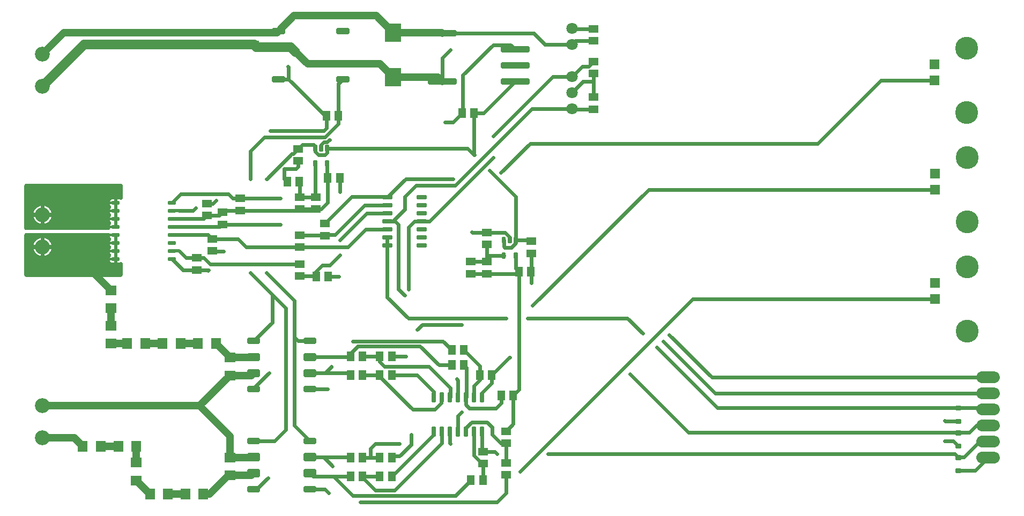
<source format=gtl>
G04 EAGLE Gerber RS-274X export*
G75*
%MOMM*%
%FSLAX34Y34*%
%LPD*%
%INTop Copper*%
%IPPOS*%
%AMOC8*
5,1,8,0,0,1.08239X$1,22.5*%
G01*
%ADD10R,1.500000X1.300000*%
%ADD11R,1.300000X1.500000*%
%ADD12R,2.500000X3.000000*%
%ADD13C,0.400000*%
%ADD14C,3.618000*%
%ADD15R,1.602000X1.602000*%
%ADD16R,1.803000X1.600000*%
%ADD17R,1.600000X1.803000*%
%ADD18R,1.300000X1.600000*%
%ADD19R,1.600000X1.300000*%
%ADD20C,1.828800*%
%ADD21C,0.300000*%
%ADD22C,0.500000*%
%ADD23C,0.495300*%
%ADD24C,0.635000*%
%ADD25C,0.508000*%
%ADD26C,0.317500*%
%ADD27C,0.304800*%
%ADD28C,1.800000*%
%ADD29C,2.340000*%
%ADD30C,1.200000*%
%ADD31C,0.600000*%
%ADD32C,0.502400*%
%ADD33C,1.500000*%

G36*
X168254Y579507D02*
X168254Y579507D01*
X168325Y579505D01*
X168475Y579527D01*
X168627Y579541D01*
X168696Y579560D01*
X168767Y579570D01*
X168911Y579619D01*
X169057Y579659D01*
X169122Y579690D01*
X169191Y579713D01*
X169323Y579787D01*
X169460Y579852D01*
X169519Y579895D01*
X169581Y579929D01*
X169699Y580025D01*
X169822Y580114D01*
X169872Y580166D01*
X169928Y580212D01*
X170026Y580327D01*
X170132Y580436D01*
X170171Y580496D01*
X170218Y580551D01*
X170295Y580682D01*
X170379Y580808D01*
X170407Y580875D01*
X170444Y580937D01*
X170496Y581079D01*
X170556Y581219D01*
X170572Y581289D01*
X170597Y581356D01*
X170623Y581506D01*
X170657Y581654D01*
X170661Y581726D01*
X170673Y581796D01*
X170672Y581851D01*
X179550Y581851D01*
X179600Y581855D01*
X179649Y581853D01*
X179821Y581875D01*
X179995Y581890D01*
X180043Y581904D01*
X180092Y581910D01*
X180258Y581963D01*
X180425Y582009D01*
X180470Y582031D01*
X180518Y582046D01*
X180671Y582127D01*
X180828Y582202D01*
X180869Y582232D01*
X180913Y582255D01*
X181049Y582362D01*
X181190Y582464D01*
X181225Y582500D01*
X181264Y582531D01*
X181264Y582532D01*
X181380Y582662D01*
X181499Y582786D01*
X181500Y582787D01*
X181528Y582828D01*
X181561Y582866D01*
X181651Y583014D01*
X181747Y583159D01*
X181767Y583205D01*
X181793Y583247D01*
X181855Y583410D01*
X181924Y583569D01*
X181935Y583617D01*
X181953Y583664D01*
X181986Y583835D01*
X182025Y584004D01*
X182028Y584054D01*
X182037Y584103D01*
X182049Y584350D01*
X182049Y597050D01*
X182049Y609750D01*
X182049Y622450D01*
X182049Y628166D01*
X184719Y628166D01*
X185517Y628007D01*
X186268Y627696D01*
X186611Y627466D01*
X186712Y627411D01*
X186808Y627347D01*
X186908Y627304D01*
X187004Y627252D01*
X187113Y627216D01*
X187219Y627170D01*
X187324Y627146D01*
X187428Y627112D01*
X187542Y627095D01*
X187654Y627069D01*
X187762Y627064D01*
X187870Y627049D01*
X187985Y627053D01*
X188100Y627047D01*
X188207Y627061D01*
X188316Y627065D01*
X188429Y627090D01*
X188543Y627105D01*
X188646Y627138D01*
X188752Y627161D01*
X188859Y627205D01*
X188968Y627240D01*
X189064Y627291D01*
X189165Y627333D01*
X189261Y627396D01*
X189363Y627450D01*
X189449Y627517D01*
X189540Y627576D01*
X189624Y627654D01*
X189714Y627726D01*
X189786Y627807D01*
X189866Y627881D01*
X189934Y627974D01*
X190011Y628060D01*
X190067Y628153D01*
X190132Y628240D01*
X190183Y628343D01*
X190243Y628442D01*
X190282Y628543D01*
X190330Y628640D01*
X190362Y628751D01*
X190403Y628858D01*
X190424Y628965D01*
X190454Y629070D01*
X190465Y629184D01*
X190487Y629297D01*
X190497Y629489D01*
X190499Y629514D01*
X190498Y629524D01*
X190499Y629544D01*
X190499Y650000D01*
X190495Y650050D01*
X190497Y650100D01*
X190475Y650272D01*
X190459Y650445D01*
X190446Y650493D01*
X190440Y650543D01*
X190387Y650708D01*
X190341Y650876D01*
X190319Y650921D01*
X190304Y650968D01*
X190223Y651122D01*
X190148Y651278D01*
X190118Y651319D01*
X190095Y651363D01*
X189988Y651500D01*
X189886Y651640D01*
X189850Y651675D01*
X189819Y651714D01*
X189689Y651830D01*
X189564Y651950D01*
X189522Y651977D01*
X189484Y652011D01*
X189336Y652101D01*
X189192Y652197D01*
X189146Y652217D01*
X189103Y652243D01*
X188941Y652305D01*
X188781Y652374D01*
X188733Y652385D01*
X188686Y652403D01*
X188515Y652436D01*
X188346Y652475D01*
X188296Y652478D01*
X188247Y652487D01*
X188000Y652499D01*
X38000Y652499D01*
X37950Y652495D01*
X37900Y652497D01*
X37728Y652475D01*
X37555Y652459D01*
X37507Y652446D01*
X37457Y652440D01*
X37292Y652387D01*
X37124Y652341D01*
X37079Y652319D01*
X37032Y652304D01*
X36878Y652223D01*
X36722Y652148D01*
X36681Y652118D01*
X36637Y652095D01*
X36501Y651988D01*
X36360Y651886D01*
X36325Y651850D01*
X36286Y651819D01*
X36170Y651689D01*
X36050Y651564D01*
X36023Y651522D01*
X35989Y651484D01*
X35899Y651336D01*
X35803Y651192D01*
X35783Y651146D01*
X35757Y651103D01*
X35695Y650941D01*
X35626Y650781D01*
X35615Y650733D01*
X35597Y650686D01*
X35564Y650515D01*
X35525Y650346D01*
X35522Y650296D01*
X35513Y650247D01*
X35501Y650000D01*
X35501Y582000D01*
X35505Y581950D01*
X35503Y581900D01*
X35525Y581728D01*
X35541Y581555D01*
X35554Y581507D01*
X35560Y581457D01*
X35613Y581292D01*
X35659Y581124D01*
X35681Y581079D01*
X35696Y581032D01*
X35777Y580878D01*
X35852Y580722D01*
X35882Y580681D01*
X35905Y580637D01*
X36012Y580501D01*
X36114Y580360D01*
X36150Y580325D01*
X36181Y580286D01*
X36311Y580170D01*
X36436Y580050D01*
X36478Y580023D01*
X36516Y579989D01*
X36664Y579899D01*
X36808Y579803D01*
X36855Y579783D01*
X36897Y579757D01*
X37059Y579695D01*
X37219Y579626D01*
X37267Y579615D01*
X37314Y579597D01*
X37485Y579564D01*
X37654Y579525D01*
X37704Y579522D01*
X37753Y579513D01*
X38000Y579501D01*
X168182Y579501D01*
X168254Y579507D01*
G37*
G36*
X188050Y505505D02*
X188050Y505505D01*
X188100Y505503D01*
X188272Y505525D01*
X188445Y505541D01*
X188493Y505554D01*
X188543Y505560D01*
X188708Y505613D01*
X188876Y505659D01*
X188921Y505681D01*
X188968Y505696D01*
X189122Y505777D01*
X189278Y505852D01*
X189319Y505882D01*
X189363Y505905D01*
X189500Y506012D01*
X189640Y506114D01*
X189675Y506150D01*
X189714Y506181D01*
X189830Y506311D01*
X189950Y506436D01*
X189977Y506478D01*
X190011Y506516D01*
X190101Y506664D01*
X190197Y506808D01*
X190217Y506855D01*
X190243Y506897D01*
X190305Y507059D01*
X190374Y507219D01*
X190385Y507267D01*
X190403Y507314D01*
X190436Y507485D01*
X190475Y507654D01*
X190478Y507704D01*
X190487Y507753D01*
X190499Y508000D01*
X190499Y526456D01*
X190489Y526570D01*
X190489Y526685D01*
X190469Y526792D01*
X190459Y526901D01*
X190429Y527012D01*
X190408Y527125D01*
X190370Y527226D01*
X190341Y527331D01*
X190291Y527435D01*
X190250Y527543D01*
X190195Y527636D01*
X190148Y527734D01*
X190080Y527827D01*
X190021Y527926D01*
X189949Y528008D01*
X189886Y528096D01*
X189803Y528176D01*
X189727Y528262D01*
X189642Y528330D01*
X189564Y528405D01*
X189468Y528469D01*
X189378Y528541D01*
X189282Y528592D01*
X189192Y528653D01*
X189086Y528698D01*
X188984Y528753D01*
X188881Y528787D01*
X188781Y528830D01*
X188669Y528856D01*
X188560Y528891D01*
X188452Y528906D01*
X188346Y528931D01*
X188231Y528936D01*
X188117Y528952D01*
X188009Y528947D01*
X187900Y528953D01*
X187786Y528938D01*
X187671Y528933D01*
X187565Y528909D01*
X187457Y528895D01*
X187348Y528860D01*
X187235Y528835D01*
X187135Y528793D01*
X187032Y528760D01*
X186930Y528706D01*
X186824Y528661D01*
X186659Y528562D01*
X186637Y528550D01*
X186629Y528544D01*
X186611Y528534D01*
X186268Y528304D01*
X185517Y527993D01*
X184719Y527834D01*
X182049Y527834D01*
X182049Y533550D01*
X182049Y546250D01*
X182049Y558950D01*
X182049Y571650D01*
X182045Y571700D01*
X182047Y571749D01*
X182025Y571921D01*
X182009Y572095D01*
X181996Y572143D01*
X181990Y572192D01*
X181937Y572358D01*
X181891Y572525D01*
X181869Y572570D01*
X181854Y572618D01*
X181773Y572771D01*
X181698Y572928D01*
X181668Y572969D01*
X181645Y573013D01*
X181538Y573149D01*
X181436Y573290D01*
X181435Y573290D01*
X181400Y573325D01*
X181369Y573364D01*
X181368Y573364D01*
X181238Y573480D01*
X181113Y573600D01*
X181072Y573628D01*
X181034Y573661D01*
X180886Y573751D01*
X180741Y573847D01*
X180695Y573867D01*
X180653Y573893D01*
X180490Y573955D01*
X180331Y574024D01*
X180283Y574035D01*
X180236Y574053D01*
X180065Y574086D01*
X179896Y574125D01*
X179846Y574128D01*
X179797Y574137D01*
X179550Y574149D01*
X169423Y574149D01*
X169352Y574197D01*
X169306Y574217D01*
X169263Y574243D01*
X169101Y574305D01*
X168941Y574374D01*
X168893Y574385D01*
X168846Y574403D01*
X168675Y574436D01*
X168506Y574475D01*
X168456Y574478D01*
X168407Y574487D01*
X168160Y574499D01*
X38000Y574499D01*
X37950Y574495D01*
X37900Y574497D01*
X37728Y574475D01*
X37555Y574459D01*
X37507Y574446D01*
X37457Y574440D01*
X37292Y574387D01*
X37124Y574341D01*
X37079Y574319D01*
X37032Y574304D01*
X36878Y574223D01*
X36722Y574148D01*
X36681Y574118D01*
X36637Y574095D01*
X36501Y573988D01*
X36360Y573886D01*
X36325Y573850D01*
X36286Y573819D01*
X36170Y573689D01*
X36050Y573564D01*
X36023Y573522D01*
X35989Y573484D01*
X35899Y573336D01*
X35803Y573192D01*
X35783Y573146D01*
X35757Y573103D01*
X35695Y572941D01*
X35626Y572781D01*
X35615Y572733D01*
X35597Y572686D01*
X35564Y572515D01*
X35525Y572346D01*
X35522Y572296D01*
X35513Y572247D01*
X35501Y572000D01*
X35501Y508000D01*
X35505Y507950D01*
X35503Y507900D01*
X35525Y507728D01*
X35541Y507555D01*
X35554Y507507D01*
X35560Y507457D01*
X35613Y507292D01*
X35659Y507124D01*
X35681Y507079D01*
X35696Y507032D01*
X35777Y506878D01*
X35852Y506722D01*
X35882Y506681D01*
X35905Y506637D01*
X36012Y506501D01*
X36114Y506360D01*
X36150Y506325D01*
X36181Y506286D01*
X36311Y506170D01*
X36436Y506050D01*
X36478Y506023D01*
X36516Y505989D01*
X36664Y505899D01*
X36808Y505803D01*
X36855Y505783D01*
X36897Y505757D01*
X37059Y505695D01*
X37219Y505626D01*
X37267Y505615D01*
X37314Y505597D01*
X37485Y505564D01*
X37654Y505525D01*
X37704Y505522D01*
X37753Y505513D01*
X38000Y505501D01*
X188000Y505501D01*
X188050Y505505D01*
G37*
%LPC*%
G36*
X67499Y606860D02*
X67499Y606860D01*
X67499Y617483D01*
X68837Y617125D01*
X70562Y616411D01*
X72179Y615477D01*
X73660Y614341D01*
X74980Y613021D01*
X76116Y611540D01*
X77050Y609923D01*
X77764Y608198D01*
X78122Y606860D01*
X67499Y606860D01*
G37*
%LPD*%
%LPC*%
G36*
X67499Y556060D02*
X67499Y556060D01*
X67499Y566683D01*
X68837Y566325D01*
X70562Y565611D01*
X72179Y564677D01*
X73660Y563541D01*
X74980Y562221D01*
X76116Y560740D01*
X77050Y559123D01*
X77764Y557398D01*
X78122Y556060D01*
X67499Y556060D01*
G37*
%LPD*%
%LPC*%
G36*
X50378Y606860D02*
X50378Y606860D01*
X50736Y608198D01*
X51450Y609923D01*
X52384Y611540D01*
X53520Y613021D01*
X54840Y614341D01*
X56321Y615477D01*
X57938Y616411D01*
X59663Y617125D01*
X61001Y617483D01*
X61001Y606860D01*
X50378Y606860D01*
G37*
%LPD*%
%LPC*%
G36*
X67499Y600362D02*
X67499Y600362D01*
X78122Y600362D01*
X77764Y599024D01*
X77050Y597299D01*
X76116Y595682D01*
X74980Y594201D01*
X73660Y592881D01*
X72179Y591745D01*
X70562Y590811D01*
X68837Y590097D01*
X67499Y589739D01*
X67499Y600362D01*
G37*
%LPD*%
%LPC*%
G36*
X50378Y556060D02*
X50378Y556060D01*
X50736Y557398D01*
X51450Y559123D01*
X52384Y560740D01*
X53520Y562221D01*
X54840Y563541D01*
X56321Y564677D01*
X57938Y565611D01*
X59663Y566325D01*
X61001Y566683D01*
X61001Y556060D01*
X50378Y556060D01*
G37*
%LPD*%
%LPC*%
G36*
X67499Y549562D02*
X67499Y549562D01*
X78122Y549562D01*
X77764Y548224D01*
X77050Y546499D01*
X76116Y544882D01*
X74980Y543401D01*
X73660Y542081D01*
X72179Y540945D01*
X70562Y540011D01*
X68837Y539297D01*
X67499Y538939D01*
X67499Y549562D01*
G37*
%LPD*%
%LPC*%
G36*
X59663Y590097D02*
X59663Y590097D01*
X57938Y590811D01*
X56321Y591745D01*
X54840Y592881D01*
X53520Y594201D01*
X52384Y595682D01*
X51450Y597299D01*
X50736Y599024D01*
X50378Y600362D01*
X61001Y600362D01*
X61001Y589739D01*
X59663Y590097D01*
G37*
%LPD*%
%LPC*%
G36*
X59663Y539297D02*
X59663Y539297D01*
X57938Y540011D01*
X56321Y540945D01*
X54840Y542081D01*
X53520Y543401D01*
X52384Y544882D01*
X51450Y546499D01*
X50736Y548224D01*
X50378Y549562D01*
X61001Y549562D01*
X61001Y538939D01*
X59663Y539297D01*
G37*
%LPD*%
%LPC*%
G36*
X170760Y612249D02*
X170760Y612249D01*
X170818Y612542D01*
X171129Y613293D01*
X171581Y613969D01*
X171945Y614333D01*
X171977Y614371D01*
X172014Y614405D01*
X172120Y614543D01*
X172231Y614676D01*
X172256Y614719D01*
X172286Y614759D01*
X172366Y614913D01*
X172452Y615064D01*
X172468Y615111D01*
X172491Y615156D01*
X172542Y615322D01*
X172600Y615485D01*
X172608Y615535D01*
X172622Y615583D01*
X172643Y615755D01*
X172671Y615926D01*
X172670Y615977D01*
X172675Y616026D01*
X172665Y616200D01*
X172662Y616373D01*
X172652Y616422D01*
X172649Y616472D01*
X172608Y616641D01*
X172573Y616811D01*
X172555Y616857D01*
X172543Y616906D01*
X172473Y617065D01*
X172409Y617226D01*
X172382Y617269D01*
X172362Y617314D01*
X172264Y617458D01*
X172172Y617605D01*
X172139Y617642D01*
X172111Y617684D01*
X171945Y617867D01*
X171581Y618231D01*
X171129Y618907D01*
X170818Y619658D01*
X170760Y619951D01*
X177051Y619951D01*
X177051Y612249D01*
X170760Y612249D01*
G37*
%LPD*%
%LPC*%
G36*
X170760Y548749D02*
X170760Y548749D01*
X170818Y549042D01*
X171129Y549793D01*
X171581Y550469D01*
X171945Y550833D01*
X171977Y550871D01*
X172014Y550905D01*
X172120Y551043D01*
X172231Y551176D01*
X172256Y551219D01*
X172286Y551259D01*
X172366Y551413D01*
X172452Y551564D01*
X172468Y551611D01*
X172491Y551656D01*
X172542Y551822D01*
X172600Y551985D01*
X172608Y552035D01*
X172622Y552083D01*
X172643Y552255D01*
X172671Y552426D01*
X172670Y552477D01*
X172675Y552526D01*
X172665Y552700D01*
X172662Y552873D01*
X172652Y552922D01*
X172649Y552972D01*
X172608Y553141D01*
X172573Y553311D01*
X172555Y553357D01*
X172543Y553406D01*
X172473Y553565D01*
X172409Y553726D01*
X172382Y553769D01*
X172362Y553814D01*
X172264Y553958D01*
X172172Y554105D01*
X172139Y554142D01*
X172111Y554184D01*
X171945Y554367D01*
X171581Y554731D01*
X171129Y555407D01*
X170818Y556158D01*
X170760Y556451D01*
X177051Y556451D01*
X177051Y548749D01*
X170760Y548749D01*
G37*
%LPD*%
%LPC*%
G36*
X170760Y536049D02*
X170760Y536049D01*
X170818Y536342D01*
X171129Y537093D01*
X171581Y537769D01*
X171945Y538133D01*
X171977Y538171D01*
X172014Y538205D01*
X172120Y538343D01*
X172231Y538476D01*
X172256Y538519D01*
X172286Y538559D01*
X172366Y538713D01*
X172452Y538864D01*
X172468Y538911D01*
X172491Y538956D01*
X172542Y539122D01*
X172600Y539285D01*
X172608Y539335D01*
X172622Y539383D01*
X172643Y539555D01*
X172671Y539726D01*
X172670Y539777D01*
X172675Y539826D01*
X172665Y540000D01*
X172662Y540173D01*
X172652Y540222D01*
X172649Y540272D01*
X172608Y540441D01*
X172573Y540611D01*
X172555Y540657D01*
X172543Y540706D01*
X172473Y540865D01*
X172409Y541026D01*
X172382Y541069D01*
X172362Y541114D01*
X172264Y541258D01*
X172172Y541405D01*
X172139Y541442D01*
X172111Y541484D01*
X171945Y541667D01*
X171581Y542031D01*
X171129Y542707D01*
X170818Y543458D01*
X170760Y543751D01*
X177051Y543751D01*
X177051Y536049D01*
X170760Y536049D01*
G37*
%LPD*%
%LPC*%
G36*
X170760Y599549D02*
X170760Y599549D01*
X170818Y599842D01*
X171129Y600593D01*
X171581Y601269D01*
X171945Y601633D01*
X171977Y601671D01*
X172014Y601705D01*
X172120Y601842D01*
X172231Y601976D01*
X172256Y602019D01*
X172286Y602059D01*
X172366Y602213D01*
X172452Y602364D01*
X172468Y602411D01*
X172491Y602456D01*
X172542Y602621D01*
X172600Y602785D01*
X172608Y602835D01*
X172622Y602883D01*
X172643Y603055D01*
X172671Y603226D01*
X172670Y603276D01*
X172675Y603326D01*
X172665Y603499D01*
X172662Y603673D01*
X172652Y603722D01*
X172649Y603772D01*
X172608Y603940D01*
X172573Y604111D01*
X172555Y604157D01*
X172543Y604206D01*
X172473Y604364D01*
X172409Y604526D01*
X172382Y604569D01*
X172362Y604614D01*
X172264Y604758D01*
X172172Y604905D01*
X172139Y604942D01*
X172111Y604984D01*
X171945Y605167D01*
X171581Y605531D01*
X171129Y606207D01*
X170818Y606958D01*
X170760Y607251D01*
X177051Y607251D01*
X177051Y599549D01*
X170760Y599549D01*
G37*
%LPD*%
%LPC*%
G36*
X170760Y586849D02*
X170760Y586849D01*
X170818Y587142D01*
X171129Y587893D01*
X171581Y588569D01*
X171945Y588933D01*
X171977Y588971D01*
X172014Y589005D01*
X172120Y589142D01*
X172231Y589276D01*
X172256Y589319D01*
X172286Y589359D01*
X172366Y589513D01*
X172452Y589664D01*
X172468Y589711D01*
X172491Y589756D01*
X172542Y589921D01*
X172600Y590085D01*
X172608Y590135D01*
X172622Y590183D01*
X172643Y590355D01*
X172671Y590526D01*
X172670Y590576D01*
X172675Y590626D01*
X172665Y590799D01*
X172662Y590973D01*
X172652Y591022D01*
X172649Y591072D01*
X172608Y591240D01*
X172573Y591411D01*
X172555Y591457D01*
X172543Y591506D01*
X172473Y591664D01*
X172409Y591826D01*
X172382Y591869D01*
X172362Y591914D01*
X172264Y592058D01*
X172172Y592205D01*
X172139Y592242D01*
X172111Y592284D01*
X171945Y592467D01*
X171581Y592831D01*
X171129Y593507D01*
X170818Y594258D01*
X170760Y594551D01*
X177051Y594551D01*
X177051Y586849D01*
X170760Y586849D01*
G37*
%LPD*%
%LPC*%
G36*
X170760Y561449D02*
X170760Y561449D01*
X170818Y561742D01*
X171129Y562493D01*
X171581Y563169D01*
X171945Y563533D01*
X171977Y563571D01*
X172014Y563605D01*
X172120Y563742D01*
X172231Y563876D01*
X172256Y563919D01*
X172286Y563959D01*
X172366Y564113D01*
X172452Y564264D01*
X172468Y564311D01*
X172491Y564356D01*
X172542Y564521D01*
X172600Y564685D01*
X172608Y564735D01*
X172622Y564783D01*
X172643Y564955D01*
X172671Y565126D01*
X172670Y565176D01*
X172675Y565226D01*
X172665Y565399D01*
X172662Y565573D01*
X172652Y565622D01*
X172649Y565672D01*
X172608Y565840D01*
X172573Y566011D01*
X172555Y566057D01*
X172543Y566106D01*
X172473Y566264D01*
X172409Y566426D01*
X172382Y566469D01*
X172362Y566514D01*
X172264Y566658D01*
X172172Y566805D01*
X172139Y566842D01*
X172111Y566884D01*
X171945Y567067D01*
X171581Y567431D01*
X171129Y568107D01*
X170818Y568858D01*
X170760Y569151D01*
X177051Y569151D01*
X177051Y561449D01*
X170760Y561449D01*
G37*
%LPD*%
%LPC*%
G36*
X170760Y624949D02*
X170760Y624949D01*
X170818Y625242D01*
X171129Y625993D01*
X171581Y626669D01*
X172156Y627244D01*
X172832Y627696D01*
X173583Y628007D01*
X174381Y628166D01*
X177051Y628166D01*
X177051Y624949D01*
X170760Y624949D01*
G37*
%LPD*%
%LPC*%
G36*
X174381Y527834D02*
X174381Y527834D01*
X173583Y527993D01*
X172832Y528304D01*
X172156Y528756D01*
X171581Y529331D01*
X171129Y530007D01*
X170818Y530758D01*
X170760Y531051D01*
X177051Y531051D01*
X177051Y527834D01*
X174381Y527834D01*
G37*
%LPD*%
D10*
X468000Y707500D03*
X468000Y688500D03*
X934000Y897500D03*
X934000Y878500D03*
X934000Y845500D03*
X934000Y826500D03*
X934000Y789500D03*
X934000Y770500D03*
X398000Y891500D03*
X398000Y872500D03*
D11*
X531500Y760000D03*
X512500Y760000D03*
X514500Y662000D03*
X533500Y662000D03*
X816500Y514000D03*
X835500Y514000D03*
D10*
X836000Y561500D03*
X836000Y542500D03*
X308000Y535500D03*
X308000Y516500D03*
X324000Y602500D03*
X324000Y621500D03*
X332000Y565500D03*
X332000Y546500D03*
D12*
X618000Y891000D03*
X618000Y821000D03*
D11*
X745500Y764000D03*
X726500Y764000D03*
D13*
X1512500Y201500D02*
X1512500Y197500D01*
X1507500Y197500D01*
X1507500Y201500D01*
X1512500Y201500D01*
X1512500Y201300D02*
X1507500Y201300D01*
X1512500Y218500D02*
X1512500Y222500D01*
X1512500Y218500D02*
X1507500Y218500D01*
X1507500Y222500D01*
X1512500Y222500D01*
X1512500Y222300D02*
X1507500Y222300D01*
X1512500Y236500D02*
X1512500Y240500D01*
X1512500Y236500D02*
X1507500Y236500D01*
X1507500Y240500D01*
X1512500Y240500D01*
X1512500Y240300D02*
X1507500Y240300D01*
X1512500Y257500D02*
X1512500Y261500D01*
X1512500Y257500D02*
X1507500Y257500D01*
X1507500Y261500D01*
X1512500Y261500D01*
X1512500Y261300D02*
X1507500Y261300D01*
X1512500Y275500D02*
X1512500Y279500D01*
X1512500Y275500D02*
X1507500Y275500D01*
X1507500Y279500D01*
X1512500Y279500D01*
X1512500Y279300D02*
X1507500Y279300D01*
X1512500Y296500D02*
X1512500Y300500D01*
X1512500Y296500D02*
X1507500Y296500D01*
X1507500Y300500D01*
X1512500Y300500D01*
X1512500Y300300D02*
X1507500Y300300D01*
D14*
X1524700Y694000D03*
X1524700Y592400D03*
D15*
X1473900Y643200D03*
X1473900Y668600D03*
D14*
X1524700Y521400D03*
X1524700Y419800D03*
D15*
X1473900Y470600D03*
X1473900Y496000D03*
D16*
X360000Y378220D03*
X360000Y349780D03*
D17*
X183780Y238000D03*
X212220Y238000D03*
X127780Y238000D03*
X156220Y238000D03*
D16*
X360000Y191780D03*
X360000Y220220D03*
D18*
X569500Y350000D03*
X550500Y350000D03*
X569500Y380000D03*
X550500Y380000D03*
X615500Y350000D03*
X596500Y350000D03*
X596500Y380000D03*
X615500Y380000D03*
X569500Y190000D03*
X550500Y190000D03*
X569500Y220000D03*
X550500Y220000D03*
X615500Y190000D03*
X596500Y190000D03*
D17*
X309780Y400000D03*
X338220Y400000D03*
D18*
X596500Y220000D03*
X615500Y220000D03*
D19*
X470000Y612500D03*
X470000Y631500D03*
X740000Y510500D03*
X740000Y529500D03*
D18*
X469500Y656000D03*
X450500Y656000D03*
D19*
X766000Y556500D03*
X766000Y575500D03*
X496000Y612500D03*
X496000Y631500D03*
X766000Y510500D03*
X766000Y529500D03*
X376000Y610500D03*
X376000Y629500D03*
X348000Y607500D03*
X348000Y588500D03*
D17*
X253780Y400000D03*
X282220Y400000D03*
D18*
X729500Y390000D03*
X710500Y390000D03*
X729500Y366000D03*
X710500Y366000D03*
X773500Y350000D03*
X754500Y350000D03*
X788500Y318000D03*
X807500Y318000D03*
X759500Y184000D03*
X740500Y184000D03*
D19*
X796000Y211500D03*
X796000Y192500D03*
X760000Y229500D03*
X760000Y210500D03*
X796000Y242500D03*
X796000Y261500D03*
X470000Y571500D03*
X470000Y552500D03*
D17*
X197780Y400000D03*
X226220Y400000D03*
D19*
X470000Y506500D03*
X470000Y525500D03*
X510000Y589500D03*
X510000Y570500D03*
D18*
X496500Y506000D03*
X515500Y506000D03*
D16*
X172000Y428220D03*
X172000Y399780D03*
X172000Y484220D03*
X172000Y455780D03*
D17*
X289780Y162000D03*
X318220Y162000D03*
X233780Y162000D03*
X262220Y162000D03*
D16*
X212000Y212220D03*
X212000Y183780D03*
D20*
X1548256Y346700D02*
X1566544Y346700D01*
X1566544Y321300D02*
X1548256Y321300D01*
X1548256Y295900D02*
X1566544Y295900D01*
X1566544Y270500D02*
X1548256Y270500D01*
X1548256Y245100D02*
X1566544Y245100D01*
X1566544Y219700D02*
X1548256Y219700D01*
D21*
X794100Y535800D02*
X794100Y542800D01*
X794100Y535800D02*
X791100Y535800D01*
X791100Y542800D01*
X794100Y542800D01*
X794100Y538650D02*
X791100Y538650D01*
X791100Y541500D02*
X794100Y541500D01*
X794100Y559800D02*
X794100Y566800D01*
X794100Y559800D02*
X791100Y559800D01*
X791100Y566800D01*
X794100Y566800D01*
X794100Y562650D02*
X791100Y562650D01*
X791100Y565500D02*
X794100Y565500D01*
X803600Y566800D02*
X803600Y559800D01*
X800600Y559800D01*
X800600Y566800D01*
X803600Y566800D01*
X803600Y562650D02*
X800600Y562650D01*
X800600Y565500D02*
X803600Y565500D01*
X813100Y566800D02*
X813100Y559800D01*
X810100Y559800D01*
X810100Y566800D01*
X813100Y566800D01*
X813100Y562650D02*
X810100Y562650D01*
X810100Y565500D02*
X813100Y565500D01*
X813100Y542800D02*
X813100Y535800D01*
X810100Y535800D01*
X810100Y542800D01*
X813100Y542800D01*
X813100Y538650D02*
X810100Y538650D01*
X810100Y541500D02*
X813100Y541500D01*
D22*
X445200Y891600D02*
X429200Y891600D01*
X429200Y896600D01*
X445200Y896600D01*
X445200Y891600D01*
X445200Y896350D02*
X429200Y896350D01*
X429200Y866200D02*
X445200Y866200D01*
X429200Y866200D02*
X429200Y871200D01*
X445200Y871200D01*
X445200Y866200D01*
X445200Y870950D02*
X429200Y870950D01*
X429200Y815400D02*
X445200Y815400D01*
X429200Y815400D02*
X429200Y820400D01*
X445200Y820400D01*
X445200Y815400D01*
X445200Y820150D02*
X429200Y820150D01*
X530800Y891600D02*
X546800Y891600D01*
X530800Y891600D02*
X530800Y896600D01*
X546800Y896600D01*
X546800Y891600D01*
X546800Y896350D02*
X530800Y896350D01*
X530800Y815400D02*
X546800Y815400D01*
X530800Y815400D02*
X530800Y820400D01*
X546800Y820400D01*
X546800Y815400D01*
X546800Y820150D02*
X530800Y820150D01*
D21*
X496100Y688300D02*
X496100Y681300D01*
X493100Y681300D01*
X493100Y688300D01*
X496100Y688300D01*
X496100Y684150D02*
X493100Y684150D01*
X493100Y687000D02*
X496100Y687000D01*
X496100Y705300D02*
X496100Y712300D01*
X496100Y705300D02*
X493100Y705300D01*
X493100Y712300D01*
X496100Y712300D01*
X496100Y708150D02*
X493100Y708150D01*
X493100Y711000D02*
X496100Y711000D01*
X505600Y712300D02*
X505600Y705300D01*
X502600Y705300D01*
X502600Y712300D01*
X505600Y712300D01*
X505600Y708150D02*
X502600Y708150D01*
X502600Y711000D02*
X505600Y711000D01*
X515100Y712300D02*
X515100Y705300D01*
X512100Y705300D01*
X512100Y712300D01*
X515100Y712300D01*
X515100Y708150D02*
X512100Y708150D01*
X512100Y711000D02*
X515100Y711000D01*
X515100Y688300D02*
X515100Y681300D01*
X512100Y681300D01*
X512100Y688300D01*
X515100Y688300D01*
X515100Y684150D02*
X512100Y684150D01*
X512100Y687000D02*
X515100Y687000D01*
D23*
X675466Y887623D02*
X715472Y887623D01*
X675466Y887623D02*
X675466Y892577D01*
X715472Y892577D01*
X715472Y887623D01*
X715472Y892328D02*
X675466Y892328D01*
X675466Y811423D02*
X715472Y811423D01*
X675466Y811423D02*
X675466Y816377D01*
X715472Y816377D01*
X715472Y811423D01*
X715472Y816128D02*
X675466Y816128D01*
X790528Y811423D02*
X830534Y811423D01*
X790528Y811423D02*
X790528Y816377D01*
X830534Y816377D01*
X830534Y811423D01*
X830534Y816128D02*
X790528Y816128D01*
X790528Y836823D02*
X830534Y836823D01*
X790528Y836823D02*
X790528Y841777D01*
X830534Y841777D01*
X830534Y836823D01*
X830534Y841528D02*
X790528Y841528D01*
X790528Y862223D02*
X830534Y862223D01*
X790528Y862223D02*
X790528Y867177D01*
X830534Y867177D01*
X830534Y862223D01*
X830534Y866928D02*
X790528Y866928D01*
D24*
X404375Y375525D02*
X390725Y375525D01*
X390725Y381875D01*
X404375Y381875D01*
X404375Y375525D01*
X404375Y381557D02*
X390725Y381557D01*
X479625Y375525D02*
X493275Y375525D01*
X479625Y375525D02*
X479625Y381875D01*
X493275Y381875D01*
X493275Y375525D01*
X493275Y381557D02*
X479625Y381557D01*
D25*
X405010Y401560D02*
X390090Y401560D01*
X390090Y406640D01*
X405010Y406640D01*
X405010Y401560D01*
X405010Y406386D02*
X390090Y406386D01*
X478990Y401560D02*
X493910Y401560D01*
X478990Y401560D02*
X478990Y406640D01*
X493910Y406640D01*
X493910Y401560D01*
X493910Y406386D02*
X478990Y406386D01*
D24*
X479625Y350125D02*
X493275Y350125D01*
X479625Y350125D02*
X479625Y356475D01*
X493275Y356475D01*
X493275Y350125D01*
X493275Y356157D02*
X479625Y356157D01*
D25*
X478990Y325360D02*
X493910Y325360D01*
X478990Y325360D02*
X478990Y330440D01*
X493910Y330440D01*
X493910Y325360D01*
X493910Y330186D02*
X478990Y330186D01*
X405010Y325360D02*
X390090Y325360D01*
X390090Y330440D01*
X405010Y330440D01*
X405010Y325360D01*
X405010Y330186D02*
X390090Y330186D01*
D24*
X390725Y350125D02*
X404375Y350125D01*
X390725Y350125D02*
X390725Y356475D01*
X404375Y356475D01*
X404375Y350125D01*
X404375Y356157D02*
X390725Y356157D01*
X390725Y217525D02*
X404375Y217525D01*
X390725Y217525D02*
X390725Y223875D01*
X404375Y223875D01*
X404375Y217525D01*
X404375Y223557D02*
X390725Y223557D01*
X479625Y217525D02*
X493275Y217525D01*
X479625Y217525D02*
X479625Y223875D01*
X493275Y223875D01*
X493275Y217525D01*
X493275Y223557D02*
X479625Y223557D01*
D25*
X405010Y243560D02*
X390090Y243560D01*
X390090Y248640D01*
X405010Y248640D01*
X405010Y243560D01*
X405010Y248386D02*
X390090Y248386D01*
X478990Y243560D02*
X493910Y243560D01*
X478990Y243560D02*
X478990Y248640D01*
X493910Y248640D01*
X493910Y243560D01*
X493910Y248386D02*
X478990Y248386D01*
D24*
X479625Y192125D02*
X493275Y192125D01*
X479625Y192125D02*
X479625Y198475D01*
X493275Y198475D01*
X493275Y192125D01*
X493275Y198157D02*
X479625Y198157D01*
D25*
X478990Y167360D02*
X493910Y167360D01*
X478990Y167360D02*
X478990Y172440D01*
X493910Y172440D01*
X493910Y167360D01*
X493910Y172186D02*
X478990Y172186D01*
X405010Y167360D02*
X390090Y167360D01*
X390090Y172440D01*
X405010Y172440D01*
X405010Y167360D01*
X405010Y172186D02*
X390090Y172186D01*
D24*
X390725Y192125D02*
X404375Y192125D01*
X390725Y192125D02*
X390725Y198475D01*
X404375Y198475D01*
X404375Y192125D01*
X404375Y198157D02*
X390725Y198157D01*
D26*
X184313Y582762D02*
X174787Y582762D01*
X174787Y585938D01*
X184313Y585938D01*
X184313Y582762D01*
X184313Y585778D02*
X174787Y585778D01*
X174787Y570062D02*
X184313Y570062D01*
X174787Y570062D02*
X174787Y573238D01*
X184313Y573238D01*
X184313Y570062D01*
X184313Y573078D02*
X174787Y573078D01*
X174787Y595462D02*
X184313Y595462D01*
X174787Y595462D02*
X174787Y598638D01*
X184313Y598638D01*
X184313Y595462D01*
X184313Y598478D02*
X174787Y598478D01*
X174787Y608162D02*
X184313Y608162D01*
X174787Y608162D02*
X174787Y611338D01*
X184313Y611338D01*
X184313Y608162D01*
X184313Y611178D02*
X174787Y611178D01*
X174787Y620862D02*
X184313Y620862D01*
X174787Y620862D02*
X174787Y624038D01*
X184313Y624038D01*
X184313Y620862D01*
X184313Y623878D02*
X174787Y623878D01*
X174787Y557362D02*
X184313Y557362D01*
X174787Y557362D02*
X174787Y560538D01*
X184313Y560538D01*
X184313Y557362D01*
X184313Y560378D02*
X174787Y560378D01*
X174787Y544662D02*
X184313Y544662D01*
X174787Y544662D02*
X174787Y547838D01*
X184313Y547838D01*
X184313Y544662D01*
X184313Y547678D02*
X174787Y547678D01*
X174787Y531962D02*
X184313Y531962D01*
X174787Y531962D02*
X174787Y535138D01*
X184313Y535138D01*
X184313Y531962D01*
X184313Y534978D02*
X174787Y534978D01*
X263687Y531962D02*
X273213Y531962D01*
X263687Y531962D02*
X263687Y535138D01*
X273213Y535138D01*
X273213Y531962D01*
X273213Y534978D02*
X263687Y534978D01*
X263687Y544662D02*
X273213Y544662D01*
X263687Y544662D02*
X263687Y547838D01*
X273213Y547838D01*
X273213Y544662D01*
X273213Y547678D02*
X263687Y547678D01*
X263687Y557362D02*
X273213Y557362D01*
X263687Y557362D02*
X263687Y560538D01*
X273213Y560538D01*
X273213Y557362D01*
X273213Y560378D02*
X263687Y560378D01*
X263687Y570062D02*
X273213Y570062D01*
X263687Y570062D02*
X263687Y573238D01*
X273213Y573238D01*
X273213Y570062D01*
X273213Y573078D02*
X263687Y573078D01*
X263687Y582762D02*
X273213Y582762D01*
X263687Y582762D02*
X263687Y585938D01*
X273213Y585938D01*
X273213Y582762D01*
X273213Y585778D02*
X263687Y585778D01*
X263687Y595462D02*
X273213Y595462D01*
X263687Y595462D02*
X263687Y598638D01*
X273213Y598638D01*
X273213Y595462D01*
X273213Y598478D02*
X263687Y598478D01*
X263687Y608162D02*
X273213Y608162D01*
X263687Y608162D02*
X263687Y611338D01*
X273213Y611338D01*
X273213Y608162D01*
X273213Y611178D02*
X263687Y611178D01*
X263687Y620862D02*
X273213Y620862D01*
X263687Y620862D02*
X263687Y624038D01*
X273213Y624038D01*
X273213Y620862D01*
X273213Y623878D02*
X263687Y623878D01*
D27*
X602477Y629676D02*
X614923Y629676D01*
X602477Y629676D02*
X602477Y632724D01*
X614923Y632724D01*
X614923Y629676D01*
X614923Y632572D02*
X602477Y632572D01*
X602477Y616976D02*
X614923Y616976D01*
X602477Y616976D02*
X602477Y620024D01*
X614923Y620024D01*
X614923Y616976D01*
X614923Y619872D02*
X602477Y619872D01*
X602477Y604276D02*
X614923Y604276D01*
X602477Y604276D02*
X602477Y607324D01*
X614923Y607324D01*
X614923Y604276D01*
X614923Y607172D02*
X602477Y607172D01*
X602477Y591576D02*
X614923Y591576D01*
X602477Y591576D02*
X602477Y594624D01*
X614923Y594624D01*
X614923Y591576D01*
X614923Y594472D02*
X602477Y594472D01*
X602477Y578876D02*
X614923Y578876D01*
X602477Y578876D02*
X602477Y581924D01*
X614923Y581924D01*
X614923Y578876D01*
X614923Y581772D02*
X602477Y581772D01*
X602477Y566176D02*
X614923Y566176D01*
X602477Y566176D02*
X602477Y569224D01*
X614923Y569224D01*
X614923Y566176D01*
X614923Y569072D02*
X602477Y569072D01*
X602477Y553476D02*
X614923Y553476D01*
X602477Y553476D02*
X602477Y556524D01*
X614923Y556524D01*
X614923Y553476D01*
X614923Y556372D02*
X602477Y556372D01*
X656579Y629676D02*
X669025Y629676D01*
X656579Y629676D02*
X656579Y632724D01*
X669025Y632724D01*
X669025Y629676D01*
X669025Y632572D02*
X656579Y632572D01*
X656579Y616976D02*
X669025Y616976D01*
X656579Y616976D02*
X656579Y620024D01*
X669025Y620024D01*
X669025Y616976D01*
X669025Y619872D02*
X656579Y619872D01*
X656579Y604276D02*
X669025Y604276D01*
X656579Y604276D02*
X656579Y607324D01*
X669025Y607324D01*
X669025Y604276D01*
X669025Y607172D02*
X656579Y607172D01*
X656579Y591576D02*
X669025Y591576D01*
X656579Y591576D02*
X656579Y594624D01*
X669025Y594624D01*
X669025Y591576D01*
X669025Y594472D02*
X656579Y594472D01*
X656579Y578876D02*
X669025Y578876D01*
X656579Y578876D02*
X656579Y581924D01*
X669025Y581924D01*
X669025Y578876D01*
X669025Y581772D02*
X656579Y581772D01*
X656579Y566176D02*
X669025Y566176D01*
X656579Y566176D02*
X656579Y569224D01*
X669025Y569224D01*
X669025Y566176D01*
X669025Y569072D02*
X656579Y569072D01*
X656579Y553476D02*
X669025Y553476D01*
X656579Y553476D02*
X656579Y556524D01*
X669025Y556524D01*
X669025Y553476D01*
X669025Y556372D02*
X656579Y556372D01*
D28*
X900082Y898200D03*
X900082Y872800D03*
X900082Y822000D03*
X900082Y796600D03*
X900082Y771200D03*
D29*
X64250Y857611D03*
X64250Y806811D03*
X64250Y603611D03*
X64250Y552811D03*
X64250Y301611D03*
X64250Y250811D03*
D14*
X1523400Y866800D03*
X1523400Y765200D03*
D15*
X1472600Y816000D03*
X1472600Y841400D03*
D27*
X756576Y321223D02*
X756576Y308777D01*
X756576Y321223D02*
X759624Y321223D01*
X759624Y308777D01*
X756576Y308777D01*
X756576Y311673D02*
X759624Y311673D01*
X759624Y314569D02*
X756576Y314569D01*
X756576Y317465D02*
X759624Y317465D01*
X759624Y320361D02*
X756576Y320361D01*
X743876Y321223D02*
X743876Y308777D01*
X743876Y321223D02*
X746924Y321223D01*
X746924Y308777D01*
X743876Y308777D01*
X743876Y311673D02*
X746924Y311673D01*
X746924Y314569D02*
X743876Y314569D01*
X743876Y317465D02*
X746924Y317465D01*
X746924Y320361D02*
X743876Y320361D01*
X731176Y321223D02*
X731176Y308777D01*
X731176Y321223D02*
X734224Y321223D01*
X734224Y308777D01*
X731176Y308777D01*
X731176Y311673D02*
X734224Y311673D01*
X734224Y314569D02*
X731176Y314569D01*
X731176Y317465D02*
X734224Y317465D01*
X734224Y320361D02*
X731176Y320361D01*
X718476Y321223D02*
X718476Y308777D01*
X718476Y321223D02*
X721524Y321223D01*
X721524Y308777D01*
X718476Y308777D01*
X718476Y311673D02*
X721524Y311673D01*
X721524Y314569D02*
X718476Y314569D01*
X718476Y317465D02*
X721524Y317465D01*
X721524Y320361D02*
X718476Y320361D01*
X705776Y321223D02*
X705776Y308777D01*
X705776Y321223D02*
X708824Y321223D01*
X708824Y308777D01*
X705776Y308777D01*
X705776Y311673D02*
X708824Y311673D01*
X708824Y314569D02*
X705776Y314569D01*
X705776Y317465D02*
X708824Y317465D01*
X708824Y320361D02*
X705776Y320361D01*
X693076Y321223D02*
X693076Y308777D01*
X693076Y321223D02*
X696124Y321223D01*
X696124Y308777D01*
X693076Y308777D01*
X693076Y311673D02*
X696124Y311673D01*
X696124Y314569D02*
X693076Y314569D01*
X693076Y317465D02*
X696124Y317465D01*
X696124Y320361D02*
X693076Y320361D01*
X680376Y321223D02*
X680376Y308777D01*
X680376Y321223D02*
X683424Y321223D01*
X683424Y308777D01*
X680376Y308777D01*
X680376Y311673D02*
X683424Y311673D01*
X683424Y314569D02*
X680376Y314569D01*
X680376Y317465D02*
X683424Y317465D01*
X683424Y320361D02*
X680376Y320361D01*
X756576Y267121D02*
X756576Y254675D01*
X756576Y267121D02*
X759624Y267121D01*
X759624Y254675D01*
X756576Y254675D01*
X756576Y257571D02*
X759624Y257571D01*
X759624Y260467D02*
X756576Y260467D01*
X756576Y263363D02*
X759624Y263363D01*
X759624Y266259D02*
X756576Y266259D01*
X743876Y267121D02*
X743876Y254675D01*
X743876Y267121D02*
X746924Y267121D01*
X746924Y254675D01*
X743876Y254675D01*
X743876Y257571D02*
X746924Y257571D01*
X746924Y260467D02*
X743876Y260467D01*
X743876Y263363D02*
X746924Y263363D01*
X746924Y266259D02*
X743876Y266259D01*
X731176Y267121D02*
X731176Y254675D01*
X731176Y267121D02*
X734224Y267121D01*
X734224Y254675D01*
X731176Y254675D01*
X731176Y257571D02*
X734224Y257571D01*
X734224Y260467D02*
X731176Y260467D01*
X731176Y263363D02*
X734224Y263363D01*
X734224Y266259D02*
X731176Y266259D01*
X718476Y267121D02*
X718476Y254675D01*
X718476Y267121D02*
X721524Y267121D01*
X721524Y254675D01*
X718476Y254675D01*
X718476Y257571D02*
X721524Y257571D01*
X721524Y260467D02*
X718476Y260467D01*
X718476Y263363D02*
X721524Y263363D01*
X721524Y266259D02*
X718476Y266259D01*
X705776Y267121D02*
X705776Y254675D01*
X705776Y267121D02*
X708824Y267121D01*
X708824Y254675D01*
X705776Y254675D01*
X705776Y257571D02*
X708824Y257571D01*
X708824Y260467D02*
X705776Y260467D01*
X705776Y263363D02*
X708824Y263363D01*
X708824Y266259D02*
X705776Y266259D01*
X693076Y267121D02*
X693076Y254675D01*
X693076Y267121D02*
X696124Y267121D01*
X696124Y254675D01*
X693076Y254675D01*
X693076Y257571D02*
X696124Y257571D01*
X696124Y260467D02*
X693076Y260467D01*
X693076Y263363D02*
X696124Y263363D01*
X696124Y266259D02*
X693076Y266259D01*
X680376Y267121D02*
X680376Y254675D01*
X680376Y267121D02*
X683424Y267121D01*
X683424Y254675D01*
X680376Y254675D01*
X680376Y257571D02*
X683424Y257571D01*
X683424Y260467D02*
X680376Y260467D01*
X680376Y263363D02*
X683424Y263363D01*
X683424Y266259D02*
X680376Y266259D01*
D30*
X309780Y400000D02*
X282220Y400000D01*
X253780Y400000D02*
X226220Y400000D01*
X197780Y400000D02*
X172220Y400000D01*
X172000Y399780D01*
X172000Y428220D02*
X172000Y455780D01*
X262220Y162000D02*
X289780Y162000D01*
X233780Y162000D02*
X212000Y183780D01*
X212220Y212440D02*
X212220Y238000D01*
X212220Y212440D02*
X212000Y212220D01*
X183780Y238000D02*
X156220Y238000D01*
X318220Y162000D02*
X328000Y162000D01*
X357780Y191780D02*
X360000Y191780D01*
X357780Y191780D02*
X328000Y162000D01*
X360000Y191780D02*
X394030Y191780D01*
X397550Y195300D01*
D31*
X796000Y261500D02*
X807500Y273000D01*
X807500Y318000D01*
X766000Y510500D02*
X740000Y510500D01*
X766000Y510500D02*
X813000Y510500D01*
X816500Y514000D01*
X816500Y327000D01*
X807500Y318000D01*
X811600Y518900D02*
X811600Y539300D01*
X811600Y518900D02*
X816500Y514000D01*
X638000Y380000D02*
X615500Y380000D01*
D32*
X638000Y380000D03*
D31*
X617500Y222000D02*
X615500Y220000D01*
X617500Y222000D02*
X628000Y222000D01*
X646000Y240000D01*
X646000Y256000D01*
D32*
X646000Y256000D03*
D31*
X468000Y680000D02*
X468000Y688500D01*
X468000Y680000D02*
X464000Y676000D01*
X446000Y676000D01*
D32*
X446000Y676000D03*
D31*
X533500Y662000D02*
X533500Y640500D01*
X534000Y640000D01*
D32*
X534000Y640000D03*
D31*
X532000Y506000D02*
X515500Y506000D01*
D32*
X532000Y506000D03*
D31*
X728000Y824000D02*
X776000Y872000D01*
X803231Y872000D01*
X810531Y864700D01*
X728000Y824000D02*
X728000Y765500D01*
X726500Y764000D01*
X934000Y814000D02*
X934000Y826500D01*
X934000Y814000D02*
X934000Y789500D01*
X917482Y814000D02*
X900082Y796600D01*
X917482Y814000D02*
X934000Y814000D01*
X285500Y516500D02*
X268450Y533550D01*
X285500Y516500D02*
X308000Y516500D01*
X332500Y546000D02*
X332000Y546500D01*
X332500Y546000D02*
X350000Y546000D01*
D32*
X350000Y546000D03*
D31*
X326000Y516000D02*
X325500Y515500D01*
D32*
X326000Y516000D03*
D31*
X324000Y621500D02*
X333500Y621500D01*
X338000Y626000D01*
D32*
X338000Y626000D03*
D31*
X446000Y660500D02*
X446000Y676000D01*
X446000Y660500D02*
X450500Y656000D01*
X324500Y516500D02*
X308000Y516500D01*
X324500Y516500D02*
X325500Y515500D01*
X504100Y708800D02*
X504100Y713900D01*
X504000Y714000D01*
D32*
X517873Y722127D03*
D31*
X508476Y718476D02*
X504000Y714000D01*
X508476Y718476D02*
X513117Y718476D01*
X516767Y722127D01*
X517873Y722127D01*
X742500Y575500D02*
X766000Y575500D01*
X742500Y575500D02*
X742000Y576000D01*
D32*
X742000Y576000D03*
D31*
X766000Y575500D02*
X794500Y575500D01*
X802100Y567900D02*
X802100Y563300D01*
X802100Y567900D02*
X794500Y575500D01*
X836000Y542500D02*
X836000Y514500D01*
X835500Y514000D01*
X836000Y513500D01*
X836000Y496000D01*
D32*
X836000Y496000D03*
D31*
X513900Y327900D02*
X486450Y327900D01*
X513900Y327900D02*
X514000Y328000D01*
D32*
X514000Y328000D03*
D31*
X510100Y169900D02*
X486450Y169900D01*
X510100Y169900D02*
X516000Y164000D01*
D32*
X516000Y164000D03*
D31*
X1537200Y199500D02*
X1557400Y219700D01*
X1537200Y199500D02*
X1510000Y199500D01*
X1510000Y238500D02*
X1502500Y246000D01*
X1489000Y246000D01*
D32*
X1489000Y246000D03*
D31*
X1489500Y277500D02*
X1510000Y277500D01*
X1489500Y277500D02*
X1489000Y278000D01*
D32*
X1489000Y278000D03*
D31*
X726500Y764000D02*
X712500Y750000D01*
X700000Y750000D01*
D32*
X700000Y750000D03*
D31*
X512500Y760000D02*
X510500Y760000D01*
X452600Y817900D01*
X437200Y817900D01*
X857200Y872800D02*
X900082Y872800D01*
X857200Y872800D02*
X839900Y890100D01*
X905782Y878500D02*
X934000Y878500D01*
X905782Y878500D02*
X900082Y872800D01*
X512500Y760000D02*
X512500Y740500D01*
X508000Y736000D01*
X424000Y736000D01*
D32*
X424000Y736000D03*
X422000Y354000D03*
D31*
X397550Y329550D01*
X397550Y327900D01*
D32*
X420000Y188000D03*
D31*
X401900Y169900D01*
X397550Y169900D01*
X452600Y817900D02*
X452600Y837400D01*
X452000Y838000D01*
D32*
X452000Y838000D03*
X461100Y918000D03*
D30*
X437200Y894100D01*
X434600Y891500D01*
X398000Y891500D01*
X98139Y891500D02*
X64250Y857611D01*
X98139Y891500D02*
X398000Y891500D01*
D31*
X695469Y890100D02*
X839900Y890100D01*
D30*
X618000Y891000D02*
X591000Y918000D01*
X461100Y918000D01*
X618000Y891000D02*
X694569Y891000D01*
X695469Y890100D01*
D33*
X437200Y868700D02*
X401800Y868700D01*
X398000Y872500D01*
X129939Y872500D01*
X64250Y806811D01*
X456038Y868700D02*
X463762Y860976D01*
X456038Y868700D02*
X437200Y868700D01*
D32*
X708000Y864000D03*
D31*
X900782Y897500D02*
X934000Y897500D01*
X900782Y897500D02*
X900082Y898200D01*
X708000Y864000D02*
X695469Y851469D01*
X695469Y813900D01*
D30*
X482738Y842000D02*
X463762Y860976D01*
X597000Y842000D02*
X618000Y821000D01*
X597000Y842000D02*
X482738Y842000D01*
X618000Y821000D02*
X688369Y821000D01*
X695469Y813900D01*
D31*
X760631Y764000D02*
X810531Y813900D01*
X760631Y764000D02*
X745500Y764000D01*
X745500Y698500D01*
X746000Y698000D01*
D32*
X746000Y698000D03*
X770000Y674000D03*
D31*
X811600Y632400D01*
X811600Y563300D01*
X834200Y563300D02*
X836000Y561500D01*
X834200Y563300D02*
X811600Y563300D01*
X792600Y563300D02*
X792600Y553400D01*
X794000Y552000D01*
X804319Y552000D02*
X811600Y559281D01*
X811600Y563300D01*
X804319Y552000D02*
X794000Y552000D01*
X513600Y701600D02*
X513600Y708800D01*
X513600Y701600D02*
X510000Y698000D01*
X500000Y698000D01*
X494600Y703400D01*
X494600Y708800D01*
X513600Y708800D02*
X735200Y708800D01*
X745500Y698500D01*
X474500Y714000D02*
X468000Y707500D01*
X474500Y714000D02*
X492000Y714000D01*
X494600Y711400D01*
X494600Y708800D01*
D32*
X418000Y660000D03*
D31*
X460024Y699524D02*
X468000Y707500D01*
X418254Y660000D02*
X418000Y660000D01*
X457778Y699524D02*
X460024Y699524D01*
X457778Y699524D02*
X418254Y660000D01*
D32*
X418000Y512000D03*
D31*
X462000Y468000D01*
X462000Y410000D01*
X467900Y404100D01*
X486450Y404100D01*
X462000Y270550D02*
X486450Y246100D01*
X462000Y270550D02*
X462000Y410000D01*
X531500Y760000D02*
X531500Y810600D01*
X538800Y817900D01*
X430100Y246100D02*
X397550Y246100D01*
X430100Y246100D02*
X448000Y264000D01*
X448000Y456000D01*
X531500Y747500D02*
X531500Y760000D01*
X510000Y726000D02*
X414000Y726000D01*
X392000Y704000D01*
X392000Y660000D01*
D32*
X392000Y660000D03*
X392000Y512000D03*
D31*
X510000Y726000D02*
X531500Y747500D01*
X392000Y512000D02*
X427000Y477000D01*
X448000Y456000D01*
X427000Y433550D02*
X397550Y404100D01*
X427000Y433550D02*
X427000Y477000D01*
X325850Y571650D02*
X268450Y571650D01*
X325850Y571650D02*
X332000Y565500D01*
X385500Y552500D02*
X470000Y552500D01*
X372500Y565500D02*
X332000Y565500D01*
X372500Y565500D02*
X385500Y552500D01*
X470000Y552500D02*
X546500Y552500D01*
X574400Y580400D02*
X608700Y580400D01*
X574400Y580400D02*
X546500Y552500D01*
D22*
X279750Y546250D02*
X268450Y546250D01*
X279750Y546250D02*
X282000Y544000D01*
D32*
X282000Y544000D03*
D31*
X290500Y535500D02*
X308000Y535500D01*
X290500Y535500D02*
X282000Y544000D01*
X308000Y535500D02*
X318500Y535500D01*
X328500Y525500D02*
X470000Y525500D01*
X328500Y525500D02*
X318500Y535500D01*
X549200Y378700D02*
X550500Y380000D01*
X549200Y378700D02*
X486450Y378700D01*
X690000Y366000D02*
X710500Y366000D01*
X660000Y396000D02*
X562000Y396000D01*
X550500Y384500D01*
X550500Y380000D01*
X660000Y396000D02*
X690000Y366000D01*
X510000Y353300D02*
X486450Y353300D01*
X510000Y353300D02*
X547200Y353300D01*
X550500Y350000D01*
X520000Y363300D02*
X510000Y353300D01*
X520000Y363300D02*
X520000Y364000D01*
D32*
X520000Y364000D03*
X554000Y404000D03*
D31*
X696500Y404000D01*
X710500Y390000D01*
X508000Y220700D02*
X486450Y220700D01*
X508000Y220700D02*
X549800Y220700D01*
X550500Y220000D01*
X522000Y206700D02*
X508000Y220700D01*
X522000Y206700D02*
X522000Y206000D01*
D32*
X522000Y206000D03*
X566000Y150000D03*
D31*
X796000Y164000D02*
X796000Y192500D01*
X782000Y150000D02*
X566000Y150000D01*
X782000Y150000D02*
X796000Y164000D01*
X524000Y190000D02*
X491750Y190000D01*
X524000Y190000D02*
X550500Y190000D01*
X491750Y190000D02*
X486450Y195300D01*
X524000Y190000D02*
X554000Y160000D01*
X716500Y160000D02*
X740500Y184000D01*
X716500Y160000D02*
X554000Y160000D01*
X569500Y220000D02*
X582000Y220000D01*
X596500Y220000D01*
X582000Y220000D02*
X582000Y234000D01*
X590000Y242000D01*
X628000Y242000D01*
D32*
X628000Y242000D03*
X708000Y242000D03*
D31*
X707300Y242700D01*
X707300Y260898D01*
X596500Y190000D02*
X584000Y190000D01*
X569500Y190000D02*
X568000Y190000D01*
X569500Y190000D02*
X584000Y190000D01*
X568000Y190000D02*
X590000Y168000D01*
X620000Y168000D01*
X694600Y242600D01*
X694600Y260898D01*
X643750Y218250D02*
X615500Y190000D01*
X643750Y218250D02*
X681900Y256400D01*
X681900Y260898D01*
D32*
X643750Y218250D03*
X818000Y198000D03*
D31*
X1090600Y470600D01*
X1473900Y470600D01*
X596500Y380000D02*
X569500Y380000D01*
X596500Y380000D02*
X596500Y371500D01*
X674000Y364000D02*
X708000Y330000D01*
X708000Y315700D01*
X707300Y315000D01*
X604000Y364000D02*
X596500Y371500D01*
X604000Y364000D02*
X674000Y364000D01*
X596500Y350000D02*
X569500Y350000D01*
X596500Y348102D02*
X648602Y296000D01*
X596500Y348102D02*
X596500Y350000D01*
X648602Y296000D02*
X684000Y296000D01*
X694000Y306000D01*
X694000Y314400D02*
X694600Y315000D01*
X694000Y314400D02*
X694000Y306000D01*
X652000Y350000D02*
X615500Y350000D01*
X652000Y350000D02*
X656000Y350000D01*
X682000Y324000D01*
X682000Y315100D01*
X681900Y315000D01*
D32*
X652000Y350000D03*
X726000Y430000D03*
X838000Y460000D03*
D31*
X1021200Y643200D01*
X1473900Y643200D01*
D32*
X656000Y422000D03*
D31*
X664000Y430000D01*
X726000Y430000D01*
X470000Y655500D02*
X469500Y656000D01*
X470000Y655500D02*
X470000Y631500D01*
X494600Y632900D02*
X496000Y631500D01*
X494600Y632900D02*
X494600Y684800D01*
X496000Y631500D02*
X472000Y631500D01*
D22*
X470000Y631500D01*
D31*
X766000Y556500D02*
X766000Y538000D01*
X766000Y529500D01*
X740000Y529500D01*
X767300Y539300D02*
X792600Y539300D01*
X767300Y539300D02*
X766000Y538000D01*
X324000Y602500D02*
X318550Y597050D01*
X324000Y602500D02*
X343000Y602500D01*
X348000Y607500D01*
X351000Y610500D01*
X376000Y610500D01*
X376500Y610000D02*
X496000Y610000D01*
X376500Y610000D02*
X376000Y610500D01*
X513600Y662900D02*
X514500Y662000D01*
X513600Y662900D02*
X513600Y684800D01*
X514500Y662000D02*
X514500Y622500D01*
X504500Y612500D02*
X496000Y612500D01*
X504500Y612500D02*
X514500Y622500D01*
X496000Y612500D02*
X470000Y612500D01*
D22*
X496000Y612500D02*
X496000Y610000D01*
D31*
X318550Y597050D02*
X268450Y597050D01*
D30*
X360000Y378220D02*
X397070Y378220D01*
X397550Y378700D01*
X360000Y378220D02*
X338220Y400000D01*
D31*
X364500Y629500D02*
X376000Y629500D01*
X282000Y636000D02*
X268450Y622450D01*
X358000Y636000D02*
X364500Y629500D01*
X358000Y636000D02*
X282000Y636000D01*
D32*
X440000Y630000D03*
D31*
X439500Y629500D01*
X376000Y629500D01*
X1121300Y346700D02*
X1557400Y346700D01*
X1121300Y346700D02*
X1054000Y414000D01*
D32*
X1054000Y414000D03*
D31*
X343850Y584350D02*
X268450Y584350D01*
X343850Y584350D02*
X348000Y588500D01*
D32*
X440000Y588000D03*
D31*
X439500Y588500D01*
X348000Y588500D01*
D32*
X1044000Y404000D03*
D31*
X1126700Y321300D02*
X1557400Y321300D01*
X1126700Y321300D02*
X1044000Y404000D01*
D22*
X280000Y610000D02*
X268700Y610000D01*
X268450Y609750D01*
D31*
X280000Y610000D02*
X302000Y610000D01*
X306000Y614000D01*
D32*
X306000Y614000D03*
D31*
X729500Y366000D02*
X733500Y362000D01*
X733500Y315800D01*
X732700Y315000D01*
X732700Y303300D01*
X738000Y298000D01*
X780000Y298000D01*
X788500Y306500D02*
X788500Y318000D01*
X788500Y306500D02*
X780000Y298000D01*
X754500Y365000D02*
X729500Y390000D01*
X754500Y365000D02*
X754500Y350000D01*
X754500Y342500D01*
X745400Y333400D02*
X745400Y315000D01*
X745400Y333400D02*
X754500Y342500D01*
X758100Y322100D02*
X758100Y315000D01*
X773500Y337500D02*
X773500Y350000D01*
X773500Y337500D02*
X758100Y322100D01*
X773500Y350000D02*
X801500Y378000D01*
X802000Y378000D01*
D32*
X802000Y378000D03*
X992000Y352000D03*
D31*
X1084500Y259500D02*
X1510000Y259500D01*
X1084500Y259500D02*
X992000Y352000D01*
X1510000Y259500D02*
X1527500Y259500D01*
X1538500Y270500D02*
X1557400Y270500D01*
X1538500Y270500D02*
X1527500Y259500D01*
X796000Y242500D02*
X796000Y211500D01*
X796000Y242500D02*
X787500Y242500D01*
X774000Y256000D02*
X774000Y268000D01*
X766000Y276000D01*
X742000Y276000D02*
X732000Y266000D01*
X732000Y261598D01*
X732700Y260898D01*
X774000Y256000D02*
X787500Y242500D01*
X766000Y276000D02*
X742000Y276000D01*
X760000Y210500D02*
X760000Y184500D01*
X759500Y184000D01*
X760000Y210500D02*
X758000Y210500D01*
X745400Y223100D02*
X745400Y260898D01*
X745400Y223100D02*
X758000Y210500D01*
X760000Y229500D02*
X758000Y231500D01*
X758000Y260798D02*
X758100Y260898D01*
X758000Y260798D02*
X758000Y231500D01*
X760000Y229500D02*
X778500Y229500D01*
X782000Y226000D01*
D32*
X782000Y226000D03*
X862000Y226000D03*
D31*
X1504500Y226000D02*
X1510000Y220500D01*
X1504500Y226000D02*
X862000Y226000D01*
X1510000Y220500D02*
X1519500Y220500D01*
X1544100Y245100D02*
X1557400Y245100D01*
X1544100Y245100D02*
X1519500Y220500D01*
X496000Y506500D02*
X470000Y506500D01*
X496000Y506500D02*
X496500Y506000D01*
X575800Y605800D02*
X608700Y605800D01*
X575800Y605800D02*
X534000Y564000D01*
D32*
X534000Y564000D03*
X534000Y540000D03*
D31*
X518000Y524000D01*
X506000Y524000D01*
X496000Y514000D01*
X496000Y506500D01*
X510000Y570500D02*
X509000Y571500D01*
X470000Y571500D01*
X510000Y570500D02*
X511500Y572000D01*
X572500Y618500D02*
X608700Y618500D01*
X526000Y572000D02*
X511500Y572000D01*
X526000Y572000D02*
X572500Y618500D01*
X607900Y632000D02*
X608700Y631200D01*
X552500Y632000D02*
X510000Y589500D01*
X552500Y632000D02*
X607900Y632000D01*
X608700Y631200D02*
X637500Y660000D01*
X712000Y660000D01*
D32*
X712000Y660000D03*
X788000Y670000D03*
D31*
X834000Y716000D01*
X1288000Y716000D02*
X1388000Y816000D01*
X1472600Y816000D01*
X1288000Y716000D02*
X834000Y716000D01*
X608700Y567700D02*
X608700Y555000D01*
X608700Y473300D01*
D32*
X796000Y440000D03*
X830000Y440000D03*
D31*
X988000Y440000D01*
X1012000Y416000D01*
D32*
X1012000Y416000D03*
X1034000Y394000D03*
D31*
X642000Y440000D02*
X608700Y473300D01*
X642000Y440000D02*
X796000Y440000D01*
X1034000Y394000D02*
X1129500Y298500D01*
X1510000Y298500D01*
X1554800Y298500D01*
X1557400Y295900D01*
D32*
X158000Y588000D03*
X110000Y636000D03*
X122000Y636000D03*
X134000Y636000D03*
X146000Y636000D03*
X158000Y636000D03*
X158000Y624000D03*
X146000Y624000D03*
X134000Y624000D03*
X122000Y624000D03*
X110000Y624000D03*
X134000Y612000D03*
X146000Y612000D03*
X158000Y612000D03*
X122000Y612000D03*
X110000Y612000D03*
X110000Y600000D03*
X122000Y600000D03*
X134000Y600000D03*
X146000Y600000D03*
X158000Y600000D03*
X146000Y588000D03*
X134000Y588000D03*
X122000Y588000D03*
X110000Y588000D03*
X62000Y636000D03*
X74000Y636000D03*
X86000Y636000D03*
X98000Y636000D03*
X62000Y624000D03*
X74000Y624000D03*
X86000Y624000D03*
X98000Y624000D03*
X98000Y612000D03*
X98000Y600000D03*
X98000Y588000D03*
X50000Y636000D03*
X50000Y624000D03*
X110000Y568000D03*
X122000Y568000D03*
X134000Y568000D03*
X146000Y568000D03*
X158000Y568000D03*
X110000Y556000D03*
X122000Y556000D03*
X134000Y556000D03*
X146000Y556000D03*
X158000Y556000D03*
X110000Y544000D03*
X122000Y544000D03*
X134000Y544000D03*
X146000Y544000D03*
X158000Y544000D03*
X110000Y532000D03*
X122000Y532000D03*
X134000Y532000D03*
X146000Y532000D03*
X158000Y532000D03*
X110000Y520000D03*
X122000Y520000D03*
X134000Y520000D03*
X146000Y520000D03*
X158000Y520000D03*
X98000Y544000D03*
X98000Y556000D03*
X98000Y568000D03*
X50000Y532000D03*
X62000Y532000D03*
X74000Y532000D03*
X86000Y532000D03*
X98000Y532000D03*
X50000Y520000D03*
X62000Y520000D03*
X74000Y520000D03*
X86000Y520000D03*
X98000Y520000D03*
D30*
X144220Y512000D02*
X172000Y484220D01*
X144220Y512000D02*
X112000Y512000D01*
X397550Y220700D02*
X397070Y220220D01*
X360000Y220220D01*
X394030Y349780D02*
X397550Y353300D01*
X394030Y349780D02*
X360000Y349780D01*
X311831Y301611D02*
X64250Y301611D01*
X311831Y301611D02*
X360000Y349780D01*
X311831Y301611D02*
X360000Y253442D01*
X360000Y220220D01*
X114969Y250811D02*
X64250Y250811D01*
X114969Y250811D02*
X127780Y238000D01*
D31*
X900082Y822000D02*
X916082Y838000D01*
X926500Y838000D02*
X934000Y845500D01*
X926500Y838000D02*
X916082Y838000D01*
X675100Y593100D02*
X662802Y593100D01*
X675100Y593100D02*
X776000Y694000D01*
D32*
X776000Y694000D03*
X776000Y728000D03*
D31*
X870000Y822000D01*
X900082Y822000D01*
X726000Y292000D02*
X720000Y286000D01*
D32*
X726000Y292000D03*
X642000Y486000D03*
D31*
X642000Y584000D01*
X651100Y593100D02*
X662802Y593100D01*
X651100Y593100D02*
X642000Y584000D01*
X720000Y286000D02*
X720000Y260898D01*
X900782Y770500D02*
X934000Y770500D01*
X900782Y770500D02*
X900082Y771200D01*
X617100Y593100D02*
X608700Y593100D01*
X837200Y771200D02*
X900082Y771200D01*
X636000Y612000D02*
X617100Y593100D01*
X636000Y632000D02*
X654000Y650000D01*
X716000Y650000D01*
X636000Y632000D02*
X636000Y612000D01*
X716000Y650000D02*
X837200Y771200D01*
X620900Y593100D02*
X608700Y593100D01*
X626000Y588000D02*
X626000Y486000D01*
X636000Y476000D01*
D32*
X636000Y476000D03*
X718000Y344000D03*
D31*
X720000Y342000D01*
X720000Y315000D01*
X626000Y588000D02*
X620900Y593100D01*
M02*

</source>
